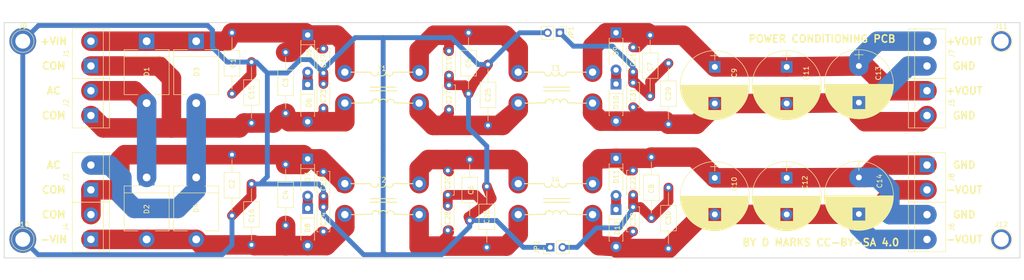
<source format=kicad_pcb>
(kicad_pcb (version 4) (host pcbnew 4.0.7)
  (layers (0 F.Cu signal) (31 B.Cu signal) (34 B.Paste user) (35 F.Paste user) (36 B.SilkS user) (37 F.SilkS user) (38 B.Mask user) (39 F.Mask user) (44 Edge.Cuts user))
  (net 0 "")
  (net 1 "Net-(C1-Pad1)")
  (net 2 "Net-(C1-Pad2)")
  (net 3 "Net-(C11-Pad2)")
  (net 4 "Net-(C11-Pad1)")
  (net 5 "Net-(C10-Pad2)")
  (net 6 "Net-(C10-Pad1)")
  (net 7 "Net-(D1-Pad2)")
  (net 8 "Net-(D3-Pad2)")
  (net 9 "Net-(D5-Pad2)")
  (net 10 "Net-(D7-Pad2)")
  (net 11 "Net-(D10-Pad1)")
  (net 12 "Net-(D11-Pad2)")
  (net 13 "Net-(C15-Pad2)")
  (net 14 "Net-(C16-Pad2)")
  (net 15 "Net-(C18-Pad1)")
  (net 16 "Net-(C19-Pad1)")
  (net 17 "Net-(C20-Pad1)")
  (net 18 "Net-(C25-Pad2)")
  (net 19 "Net-(C26-Pad2)")
  (net 20 "Net-(C21-Pad2)")
  (net 21 "Net-(C22-Pad2)")
  (module Pin_Headers:Pin_Header_Straight_1x02_Pitch2.54mm (layer F.Cu) (at 149.52 47.8 270)
    (fp_text reference JP1 (at 0 -2.33 270) (layer F.SilkS))
    (fp_text value Jumper_NC_Small)
    (pad 1 thru_hole rect (at 0 0 270) (size 1.7 1.7) (drill 1) (layers *.Cu *.Mask) (net 20 "Net-(C21-Pad2)"))
    (pad 2 thru_hole oval (at 0 2.54 270) (size 1.7 1.7) (drill 1) (layers *.Cu *.Mask) (net 2 "Net-(C1-Pad2)"))
  )
  (module Capacitors_THT:C_Axial_L5.1mm_D3.1mm_P12.50mm_Horizontal (layer F.Cu) (at 82.27 47.8 270)
    (fp_text reference C1 (at 6.25 -0.25 270) (layer F.SilkS))
    (fp_text value "1 uF")
    (pad 1 thru_hole circle (at 0 0 270) (size 1.6 1.6) (drill 0.8) (layers *.Cu *.Mask) (net 1 "Net-(C1-Pad1)"))
    (pad 2 thru_hole oval (at 12.5 0 270) (size 1.6 1.6) (drill 0.8) (layers *.Cu *.Mask) (net 2 "Net-(C1-Pad2)"))
  )
  (module Capacitors_THT:C_Axial_L5.1mm_D3.1mm_P12.50mm_Horizontal (layer F.Cu) (at 82.27 72.8 270)
    (fp_text reference C2 (at 6 0 270) (layer F.SilkS))
    (fp_text value "1 uF")
    (pad 1 thru_hole circle (at 0 0 270) (size 1.6 1.6) (drill 0.8) (layers *.Cu *.Mask) (net 15 "Net-(C18-Pad1)"))
    (pad 2 thru_hole oval (at 12.5 0 270) (size 1.6 1.6) (drill 0.8) (layers *.Cu *.Mask) (net 2 "Net-(C1-Pad2)"))
  )
  (module Capacitors_THT:C_Axial_L5.1mm_D3.1mm_P12.50mm_Horizontal (layer F.Cu) (at 93.27 51.8 270)
    (fp_text reference C3 (at 6.25 0 270) (layer F.SilkS))
    (fp_text value "1 uF")
    (pad 1 thru_hole circle (at 0 0 270) (size 1.6 1.6) (drill 0.8) (layers *.Cu *.Mask) (net 1 "Net-(C1-Pad1)"))
    (pad 2 thru_hole oval (at 12.5 0 270) (size 1.6 1.6) (drill 0.8) (layers *.Cu *.Mask) (net 13 "Net-(C15-Pad2)"))
  )
  (module Capacitors_THT:C_Axial_L5.1mm_D3.1mm_P12.50mm_Horizontal (layer F.Cu) (at 93.27 74.8 270)
    (fp_text reference C4 (at 6.25 0 270) (layer F.SilkS))
    (fp_text value "1 uF")
    (pad 1 thru_hole circle (at 0 0 270) (size 1.6 1.6) (drill 0.8) (layers *.Cu *.Mask) (net 15 "Net-(C18-Pad1)"))
    (pad 2 thru_hole oval (at 12.5 0 270) (size 1.6 1.6) (drill 0.8) (layers *.Cu *.Mask) (net 14 "Net-(C16-Pad2)"))
  )
  (module Capacitors_THT:C_Axial_L5.1mm_D3.1mm_P12.50mm_Horizontal (layer F.Cu) (at 130.77 47.8 270)
    (fp_text reference C5 (at 6.25 0 270) (layer F.SilkS))
    (fp_text value "1 uF")
    (pad 1 thru_hole circle (at 0 0 270) (size 1.6 1.6) (drill 0.8) (layers *.Cu *.Mask) (net 16 "Net-(C19-Pad1)"))
    (pad 2 thru_hole oval (at 12.5 0 270) (size 1.6 1.6) (drill 0.8) (layers *.Cu *.Mask) (net 2 "Net-(C1-Pad2)"))
  )
  (module Capacitors_THT:C_Axial_L5.1mm_D3.1mm_P12.50mm_Horizontal (layer F.Cu) (at 131.02 73.8 270)
    (fp_text reference C6 (at 6.25 -0.25 270) (layer F.SilkS))
    (fp_text value "1 uF")
    (pad 1 thru_hole circle (at 0 0 270) (size 1.6 1.6) (drill 0.8) (layers *.Cu *.Mask) (net 17 "Net-(C20-Pad1)"))
    (pad 2 thru_hole oval (at 12.5 0 270) (size 1.6 1.6) (drill 0.8) (layers *.Cu *.Mask) (net 2 "Net-(C1-Pad2)"))
  )
  (module Capacitors_THT:C_Axial_L5.1mm_D3.1mm_P12.50mm_Horizontal (layer F.Cu) (at 168.02 60.8 90)
    (fp_text reference C7 (at 6 0 90) (layer F.SilkS))
    (fp_text value "1 uF")
    (pad 1 thru_hole circle (at 0 0 90) (size 1.6 1.6) (drill 0.8) (layers *.Cu *.Mask) (net 20 "Net-(C21-Pad2)"))
    (pad 2 thru_hole oval (at 12.5 0 90) (size 1.6 1.6) (drill 0.8) (layers *.Cu *.Mask) (net 4 "Net-(C11-Pad1)"))
  )
  (module Capacitors_THT:C_Axial_L5.1mm_D3.1mm_P12.50mm_Horizontal (layer F.Cu) (at 168.27 85.8 90)
    (fp_text reference C8 (at 6 0 90) (layer F.SilkS))
    (fp_text value "1 uF")
    (pad 1 thru_hole circle (at 0 0 90) (size 1.6 1.6) (drill 0.8) (layers *.Cu *.Mask) (net 21 "Net-(C22-Pad2)"))
    (pad 2 thru_hole oval (at 12.5 0 90) (size 1.6 1.6) (drill 0.8) (layers *.Cu *.Mask) (net 6 "Net-(C10-Pad1)"))
  )
  (module Capacitors_THT:CP_Radial_D14.0mm_P7.50mm (layer F.Cu) (at 181.27 54.8 270)
    (fp_text reference C9 (at 1.25 -4 270) (layer F.SilkS))
    (fp_text value "100 uF")
    (pad 1 thru_hole rect (at 0 0 270) (size 2.4 2.4) (drill 1.2) (layers *.Cu *.Mask) (net 4 "Net-(C11-Pad1)"))
    (pad 2 thru_hole circle (at 7.5 0 270) (size 2.4 2.4) (drill 1.2) (layers *.Cu *.Mask) (net 3 "Net-(C11-Pad2)"))
  )
  (module Capacitors_THT:CP_Radial_D14.0mm_P7.50mm (layer F.Cu) (at 181.27 77.55 270)
    (fp_text reference C10 (at 1.25 -4 270) (layer F.SilkS))
    (fp_text value "100 uF")
    (pad 1 thru_hole rect (at 0 0 270) (size 2.4 2.4) (drill 1.2) (layers *.Cu *.Mask) (net 6 "Net-(C10-Pad1)"))
    (pad 2 thru_hole circle (at 7.5 0 270) (size 2.4 2.4) (drill 1.2) (layers *.Cu *.Mask) (net 5 "Net-(C10-Pad2)"))
  )
  (module Capacitors_THT:CP_Radial_D14.0mm_P7.50mm (layer F.Cu) (at 196.02 54.8 270)
    (fp_text reference C11 (at 1.25 -4 270) (layer F.SilkS))
    (fp_text value "100 uF")
    (pad 1 thru_hole rect (at 0 0 270) (size 2.4 2.4) (drill 1.2) (layers *.Cu *.Mask) (net 4 "Net-(C11-Pad1)"))
    (pad 2 thru_hole circle (at 7.5 0 270) (size 2.4 2.4) (drill 1.2) (layers *.Cu *.Mask) (net 3 "Net-(C11-Pad2)"))
  )
  (module Capacitors_THT:CP_Radial_D14.0mm_P7.50mm (layer F.Cu) (at 196.02 77.55 270)
    (fp_text reference C12 (at 1 -3.75 270) (layer F.SilkS))
    (fp_text value "100 uF")
    (pad 1 thru_hole rect (at 0 0 270) (size 2.4 2.4) (drill 1.2) (layers *.Cu *.Mask) (net 6 "Net-(C10-Pad1)"))
    (pad 2 thru_hole circle (at 7.5 0 270) (size 2.4 2.4) (drill 1.2) (layers *.Cu *.Mask) (net 5 "Net-(C10-Pad2)"))
  )
  (module Capacitors_THT:CP_Radial_D14.0mm_P7.50mm (layer F.Cu) (at 210.82 54.61 270)
    (fp_text reference C13 (at 1.5 -4 270) (layer F.SilkS))
    (fp_text value "100 uF")
    (pad 1 thru_hole rect (at 0 0 270) (size 2.4 2.4) (drill 1.2) (layers *.Cu *.Mask) (net 4 "Net-(C11-Pad1)"))
    (pad 2 thru_hole circle (at 7.5 0 270) (size 2.4 2.4) (drill 1.2) (layers *.Cu *.Mask) (net 3 "Net-(C11-Pad2)"))
  )
  (module Capacitors_THT:CP_Radial_D14.0mm_P7.50mm (layer F.Cu) (at 210.82 77.47 270)
    (fp_text reference C14 (at 0.75 -4.25 270) (layer F.SilkS))
    (fp_text value "100 uF")
    (pad 1 thru_hole rect (at 0 0 270) (size 2.4 2.4) (drill 1.2) (layers *.Cu *.Mask) (net 6 "Net-(C10-Pad1)"))
    (pad 2 thru_hole circle (at 7.5 0 270) (size 2.4 2.4) (drill 1.2) (layers *.Cu *.Mask) (net 5 "Net-(C10-Pad2)"))
  )
  (module Diodes_THT:D_P600_R-6_P12.70mm_Horizontal (layer F.Cu) (at 64.77 49.53 270)
    (fp_text reference D1 (at 6.25 0 270) (layer F.SilkS))
    (fp_text value 10A10)
    (pad 1 thru_hole rect (at 0 0 270) (size 3.2 3.2) (drill 1.6) (layers *.Cu *.Mask) (net 1 "Net-(C1-Pad1)"))
    (pad 2 thru_hole oval (at 12.7 0 270) (size 3.2 3.2) (drill 1.6) (layers *.Cu *.Mask) (net 7 "Net-(D1-Pad2)"))
  )
  (module Diodes_THT:D_P600_R-6_P12.70mm_Horizontal (layer F.Cu) (at 64.77 77.47 270)
    (fp_text reference D2 (at 6.5 0 270) (layer F.SilkS))
    (fp_text value 10A10)
    (pad 1 thru_hole rect (at 0 0 270) (size 3.2 3.2) (drill 1.6) (layers *.Cu *.Mask) (net 7 "Net-(D1-Pad2)"))
    (pad 2 thru_hole oval (at 12.7 0 270) (size 3.2 3.2) (drill 1.6) (layers *.Cu *.Mask) (net 14 "Net-(C16-Pad2)"))
  )
  (module Diodes_THT:D_P600_R-6_P12.70mm_Horizontal (layer F.Cu) (at 74.93 49.53 270)
    (fp_text reference D3 (at 6.27 -0.09 270) (layer F.SilkS))
    (fp_text value 10A10)
    (pad 1 thru_hole rect (at 0 0 270) (size 3.2 3.2) (drill 1.6) (layers *.Cu *.Mask) (net 1 "Net-(C1-Pad1)"))
    (pad 2 thru_hole oval (at 12.7 0 270) (size 3.2 3.2) (drill 1.6) (layers *.Cu *.Mask) (net 8 "Net-(D3-Pad2)"))
  )
  (module Diodes_THT:D_P600_R-6_P12.70mm_Horizontal (layer F.Cu) (at 74.93 77.47 270)
    (fp_text reference D4 (at 6.25 0 270) (layer F.SilkS))
    (fp_text value 10A10)
    (pad 1 thru_hole rect (at 0 0 270) (size 3.2 3.2) (drill 1.6) (layers *.Cu *.Mask) (net 8 "Net-(D3-Pad2)"))
    (pad 2 thru_hole oval (at 12.7 0 270) (size 3.2 3.2) (drill 1.6) (layers *.Cu *.Mask) (net 14 "Net-(C16-Pad2)"))
  )
  (module Diodes_THT:D_DO-41_SOD81_P7.62mm_Horizontal (layer F.Cu) (at 97.79 48.26 270)
    (fp_text reference D5 (at 3.75 -0.25 270) (layer F.SilkS))
    (fp_text value 1N4477)
    (pad 1 thru_hole rect (at 0 0 270) (size 2.2 2.2) (drill 1.1) (layers *.Cu *.Mask) (net 1 "Net-(C1-Pad1)"))
    (pad 2 thru_hole oval (at 7.62 0 270) (size 2.2 2.2) (drill 1.1) (layers *.Cu *.Mask) (net 9 "Net-(D5-Pad2)"))
  )
  (module Diodes_THT:D_DO-41_SOD81_P7.62mm_Horizontal (layer F.Cu) (at 97.79 58.42 270)
    (fp_text reference D6 (at 3.75 -0.25 270) (layer F.SilkS))
    (fp_text value 1N4477)
    (pad 1 thru_hole rect (at 0 0 270) (size 2.2 2.2) (drill 1.1) (layers *.Cu *.Mask) (net 9 "Net-(D5-Pad2)"))
    (pad 2 thru_hole oval (at 7.62 0 270) (size 2.2 2.2) (drill 1.1) (layers *.Cu *.Mask) (net 13 "Net-(C15-Pad2)"))
  )
  (module Diodes_THT:D_DO-41_SOD81_P7.62mm_Horizontal (layer F.Cu) (at 97.79 73.66 270)
    (fp_text reference D7 (at 3.75 0 270) (layer F.SilkS))
    (fp_text value 1N4477)
    (pad 1 thru_hole rect (at 0 0 270) (size 2.2 2.2) (drill 1.1) (layers *.Cu *.Mask) (net 15 "Net-(C18-Pad1)"))
    (pad 2 thru_hole oval (at 7.62 0 270) (size 2.2 2.2) (drill 1.1) (layers *.Cu *.Mask) (net 10 "Net-(D7-Pad2)"))
  )
  (module Diodes_THT:D_DO-41_SOD81_P7.62mm_Horizontal (layer F.Cu) (at 97.79 83.82 270)
    (fp_text reference D8 (at 4 0 270) (layer F.SilkS))
    (fp_text value 1N4477)
    (pad 1 thru_hole rect (at 0 0 270) (size 2.2 2.2) (drill 1.1) (layers *.Cu *.Mask) (net 10 "Net-(D7-Pad2)"))
    (pad 2 thru_hole oval (at 7.62 0 270) (size 2.2 2.2) (drill 1.1) (layers *.Cu *.Mask) (net 14 "Net-(C16-Pad2)"))
  )
  (module Diodes_THT:D_DO-41_SOD81_P7.62mm_Horizontal (layer F.Cu) (at 161.02 47.8 270)
    (fp_text reference D9 (at 3.75 0 270) (layer F.SilkS))
    (fp_text value 1N4477)
    (pad 1 thru_hole rect (at 0 0 270) (size 2.2 2.2) (drill 1.1) (layers *.Cu *.Mask) (net 4 "Net-(C11-Pad1)"))
    (pad 2 thru_hole oval (at 7.62 0 270) (size 2.2 2.2) (drill 1.1) (layers *.Cu *.Mask) (net 11 "Net-(D10-Pad1)"))
  )
  (module Diodes_THT:D_DO-41_SOD81_P7.62mm_Horizontal (layer F.Cu) (at 161.02 58.3 270)
    (fp_text reference D10 (at 3.75 0 270) (layer F.SilkS))
    (fp_text value 1N4477)
    (pad 1 thru_hole rect (at 0 0 270) (size 2.2 2.2) (drill 1.1) (layers *.Cu *.Mask) (net 11 "Net-(D10-Pad1)"))
    (pad 2 thru_hole oval (at 7.62 0 270) (size 2.2 2.2) (drill 1.1) (layers *.Cu *.Mask) (net 3 "Net-(C11-Pad2)"))
  )
  (module Diodes_THT:D_DO-41_SOD81_P7.62mm_Horizontal (layer F.Cu) (at 161.02 73.55 270)
    (fp_text reference D11 (at 3.75 0 270) (layer F.SilkS))
    (fp_text value 1N4477)
    (pad 1 thru_hole rect (at 0 0 270) (size 2.2 2.2) (drill 1.1) (layers *.Cu *.Mask) (net 6 "Net-(C10-Pad1)"))
    (pad 2 thru_hole oval (at 7.62 0 270) (size 2.2 2.2) (drill 1.1) (layers *.Cu *.Mask) (net 12 "Net-(D11-Pad2)"))
  )
  (module Diodes_THT:D_DO-41_SOD81_P7.62mm_Horizontal (layer F.Cu) (at 161.02 84.05 270)
    (fp_text reference D12 (at 3.75 -0.25 270) (layer F.SilkS))
    (fp_text value 1N4477)
    (pad 1 thru_hole rect (at 0 0 270) (size 2.2 2.2) (drill 1.1) (layers *.Cu *.Mask) (net 12 "Net-(D11-Pad2)"))
    (pad 2 thru_hole oval (at 7.62 0 270) (size 2.2 2.2) (drill 1.1) (layers *.Cu *.Mask) (net 5 "Net-(C10-Pad2)"))
  )
  (module Connectors_Terminal_Blocks:TerminalBlock_bornier-2_P5.08mm (layer F.Cu) (at 53.34 54.61 90)
    (fp_text reference J1 (at 2.54 -5.08 90) (layer F.SilkS))
    (fp_text value Conn_01x02)
    (pad 1 thru_hole rect (at 0 0 90) (size 3 3) (drill 1.52) (layers *.Cu *.Mask) (net 13 "Net-(C15-Pad2)"))
    (pad 2 thru_hole circle (at 5.08 0 90) (size 3 3) (drill 1.52) (layers *.Cu *.Mask) (net 1 "Net-(C1-Pad1)"))
  )
  (module Connectors_Terminal_Blocks:TerminalBlock_bornier-2_P5.08mm (layer F.Cu) (at 53.34 64.77 90)
    (fp_text reference J2 (at 2.54 -5.08 90) (layer F.SilkS))
    (fp_text value Conn_01x02)
    (pad 1 thru_hole rect (at 0 0 90) (size 3 3) (drill 1.52) (layers *.Cu *.Mask) (net 13 "Net-(C15-Pad2)"))
    (pad 2 thru_hole circle (at 5.08 0 90) (size 3 3) (drill 1.52) (layers *.Cu *.Mask) (net 7 "Net-(D1-Pad2)"))
  )
  (module Connectors_Terminal_Blocks:TerminalBlock_bornier-2_P5.08mm (layer F.Cu) (at 53.34 80.01 90)
    (fp_text reference J3 (at 2.54 -5.08 90) (layer F.SilkS))
    (fp_text value Conn_01x02)
    (pad 1 thru_hole rect (at 0 0 90) (size 3 3) (drill 1.52) (layers *.Cu *.Mask) (net 15 "Net-(C18-Pad1)"))
    (pad 2 thru_hole circle (at 5.08 0 90) (size 3 3) (drill 1.52) (layers *.Cu *.Mask) (net 8 "Net-(D3-Pad2)"))
  )
  (module Connectors_Terminal_Blocks:TerminalBlock_bornier-2_P5.08mm (layer F.Cu) (at 53.34 90.17 90)
    (fp_text reference J4 (at 2.54 -5.08 90) (layer F.SilkS))
    (fp_text value Conn_01x02)
    (pad 1 thru_hole rect (at 0 0 90) (size 3 3) (drill 1.52) (layers *.Cu *.Mask) (net 14 "Net-(C16-Pad2)"))
    (pad 2 thru_hole circle (at 5.08 0 90) (size 3 3) (drill 1.52) (layers *.Cu *.Mask) (net 15 "Net-(C18-Pad1)"))
  )
  (module Connectors_Terminal_Blocks:TerminalBlock_bornier-2_P5.08mm (layer F.Cu) (at 224.79 59.69 270)
    (fp_text reference J5 (at 2.54 -5.08 270) (layer F.SilkS))
    (fp_text value Conn_01x02)
    (pad 1 thru_hole rect (at 0 0 270) (size 3 3) (drill 1.52) (layers *.Cu *.Mask) (net 4 "Net-(C11-Pad1)"))
    (pad 2 thru_hole circle (at 5.08 0 270) (size 3 3) (drill 1.52) (layers *.Cu *.Mask) (net 3 "Net-(C11-Pad2)"))
  )
  (module Connectors_Terminal_Blocks:TerminalBlock_bornier-2_P5.08mm (layer F.Cu) (at 224.79 85.09 270)
    (fp_text reference J6 (at 2.54 -5.08 270) (layer F.SilkS))
    (fp_text value Conn_01x02)
    (pad 1 thru_hole rect (at 0 0 270) (size 3 3) (drill 1.52) (layers *.Cu *.Mask) (net 6 "Net-(C10-Pad1)"))
    (pad 2 thru_hole circle (at 5.08 0 270) (size 3 3) (drill 1.52) (layers *.Cu *.Mask) (net 5 "Net-(C10-Pad2)"))
  )
  (module Connectors_Terminal_Blocks:TerminalBlock_bornier-2_P5.08mm (layer F.Cu) (at 224.79 49.53 270)
    (fp_text reference J7 (at 2.54 -5.08 270) (layer F.SilkS))
    (fp_text value Conn_01x02)
    (pad 1 thru_hole rect (at 0 0 270) (size 3 3) (drill 1.52) (layers *.Cu *.Mask) (net 4 "Net-(C11-Pad1)"))
    (pad 2 thru_hole circle (at 5.08 0 270) (size 3 3) (drill 1.52) (layers *.Cu *.Mask) (net 3 "Net-(C11-Pad2)"))
  )
  (module Connectors_Terminal_Blocks:TerminalBlock_bornier-2_P5.08mm (layer F.Cu) (at 224.79 74.93 270)
    (fp_text reference J8 (at 2.54 -5.08 270) (layer F.SilkS))
    (fp_text value Conn_01x02)
    (pad 1 thru_hole rect (at 0 0 270) (size 3 3) (drill 1.52) (layers *.Cu *.Mask) (net 6 "Net-(C10-Pad1)"))
    (pad 2 thru_hole circle (at 5.08 0 270) (size 3 3) (drill 1.52) (layers *.Cu *.Mask) (net 5 "Net-(C10-Pad2)"))
  )
  (module PowerCond:GenericCMCL3 (layer F.Cu) (at 113.03 59.69)
    (fp_text reference T1 (at 0 -4.572) (layer F.SilkS))
    (fp_text value Transformer_1P1Sdotted)
    (pad 1 thru_hole circle (at 7.62 -3.81) (size 3 3) (drill 1.5) (layers *.Cu *.Mask) (net 16 "Net-(C19-Pad1)"))
    (pad 2 thru_hole circle (at -7.62 -3.81) (size 3 3) (drill 1.5) (layers *.Cu *.Mask) (net 1 "Net-(C1-Pad1)"))
    (pad 3 thru_hole circle (at 7.62 2.54) (size 3 3) (drill 1.5) (layers *.Cu *.Mask) (net 18 "Net-(C25-Pad2)"))
    (pad 4 thru_hole circle (at -7.62 2.54) (size 3 3) (drill 1.5) (layers *.Cu *.Mask) (net 13 "Net-(C15-Pad2)"))
  )
  (module PowerCond:GenericCMCL3 (layer F.Cu) (at 113.03 82.55)
    (fp_text reference T2 (at 0 -4.572) (layer F.SilkS))
    (fp_text value Transformer_1P1Sdotted)
    (pad 1 thru_hole circle (at 7.62 -3.81) (size 3 3) (drill 1.5) (layers *.Cu *.Mask) (net 17 "Net-(C20-Pad1)"))
    (pad 2 thru_hole circle (at -7.62 -3.81) (size 3 3) (drill 1.5) (layers *.Cu *.Mask) (net 15 "Net-(C18-Pad1)"))
    (pad 3 thru_hole circle (at 7.62 2.54) (size 3 3) (drill 1.5) (layers *.Cu *.Mask) (net 19 "Net-(C26-Pad2)"))
    (pad 4 thru_hole circle (at -7.62 2.54) (size 3 3) (drill 1.5) (layers *.Cu *.Mask) (net 14 "Net-(C16-Pad2)"))
  )
  (module PowerCond:GenericCMCL3 (layer F.Cu) (at 148.59 59.69)
    (fp_text reference T3 (at 0 -4.572) (layer F.SilkS))
    (fp_text value Transformer_1P1Sdotted)
    (pad 1 thru_hole circle (at 7.62 -3.81) (size 3 3) (drill 1.5) (layers *.Cu *.Mask) (net 4 "Net-(C11-Pad1)"))
    (pad 2 thru_hole circle (at -7.62 -3.81) (size 3 3) (drill 1.5) (layers *.Cu *.Mask) (net 16 "Net-(C19-Pad1)"))
    (pad 3 thru_hole circle (at 7.62 2.54) (size 3 3) (drill 1.5) (layers *.Cu *.Mask) (net 3 "Net-(C11-Pad2)"))
    (pad 4 thru_hole circle (at -7.62 2.54) (size 3 3) (drill 1.5) (layers *.Cu *.Mask) (net 18 "Net-(C25-Pad2)"))
  )
  (module PowerCond:GenericCMCL3 (layer F.Cu) (at 148.59 82.55)
    (fp_text reference T4 (at 0 -4.572) (layer F.SilkS))
    (fp_text value Transformer_1P1Sdotted)
    (pad 1 thru_hole circle (at 7.62 -3.81) (size 3 3) (drill 1.5) (layers *.Cu *.Mask) (net 6 "Net-(C10-Pad1)"))
    (pad 2 thru_hole circle (at -7.62 -3.81) (size 3 3) (drill 1.5) (layers *.Cu *.Mask) (net 17 "Net-(C20-Pad1)"))
    (pad 3 thru_hole circle (at 7.62 2.54) (size 3 3) (drill 1.5) (layers *.Cu *.Mask) (net 5 "Net-(C10-Pad2)"))
    (pad 4 thru_hole circle (at -7.62 2.54) (size 3 3) (drill 1.5) (layers *.Cu *.Mask) (net 19 "Net-(C26-Pad2)"))
  )
  (module Connectors:1pin (layer F.Cu) (at 39.37 49.53)
    (fp_text reference J9 (at 0 -3.048) (layer F.SilkS))
    (fp_text value Conn_01x01)
    (pad 1 thru_hole circle (at 0 0) (size 5.5 5.5) (drill 3.048) (layers *.Cu *.Mask) (net 2 "Net-(C1-Pad2)"))
  )
  (module Connectors:1pin (layer F.Cu) (at 39.37 90.17)
    (fp_text reference J10 (at 0 -3.048) (layer F.SilkS))
    (fp_text value Conn_01x01)
    (pad 1 thru_hole circle (at 0 0) (size 5.5 5.5) (drill 3.048) (layers *.Cu *.Mask) (net 2 "Net-(C1-Pad2)"))
  )
  (module Connectors:1pin (layer F.Cu) (at 240.03 49.53)
    (fp_text reference J11 (at 0 -3.048) (layer F.SilkS))
    (fp_text value Conn_01x01)
    (pad 1 thru_hole circle (at 0 0) (size 4.1 4.1) (drill 3.048) (layers *.Cu *.Mask))
  )
  (module Connectors:1pin (layer F.Cu) (at 240.03 90.17)
    (fp_text reference J12 (at 0 -3.048) (layer F.SilkS))
    (fp_text value Conn_01x01)
    (pad 1 thru_hole circle (at 0 0) (size 4.1 4.1) (drill 3.048) (layers *.Cu *.Mask))
  )
  (module Capacitors_THT:C_Axial_L5.1mm_D3.1mm_P12.50mm_Horizontal (layer F.Cu) (at 86.27 53.8 270)
    (fp_text reference C15 (at 6.25 0 270) (layer F.SilkS))
    (fp_text value "1 uF")
    (pad 1 thru_hole circle (at 0 0 270) (size 1.6 1.6) (drill 0.8) (layers *.Cu *.Mask) (net 2 "Net-(C1-Pad2)"))
    (pad 2 thru_hole oval (at 12.5 0 270) (size 1.6 1.6) (drill 0.8) (layers *.Cu *.Mask) (net 13 "Net-(C15-Pad2)"))
  )
  (module Capacitors_THT:C_Axial_L5.1mm_D3.1mm_P12.50mm_Horizontal (layer F.Cu) (at 86.27 78.8 270)
    (fp_text reference C16 (at 6.5 0 270) (layer F.SilkS))
    (fp_text value "1 uF")
    (pad 1 thru_hole circle (at 0 0 270) (size 1.6 1.6) (drill 0.8) (layers *.Cu *.Mask) (net 2 "Net-(C1-Pad2)"))
    (pad 2 thru_hole oval (at 12.5 0 270) (size 1.6 1.6) (drill 0.8) (layers *.Cu *.Mask) (net 14 "Net-(C16-Pad2)"))
  )
  (module Capacitors_THT:C_Disc_D5.0mm_W2.5mm_P5.00mm (layer F.Cu) (at 101.02 51.05 270)
    (fp_text reference C17 (at 2.5 0 270) (layer F.SilkS))
    (fp_text value "1 nF")
    (pad 1 thru_hole circle (at 0 0 270) (size 1.6 1.6) (drill 0.8) (layers *.Cu *.Mask) (net 1 "Net-(C1-Pad1)"))
    (pad 2 thru_hole circle (at 5 0 270) (size 1.6 1.6) (drill 0.8) (layers *.Cu *.Mask) (net 2 "Net-(C1-Pad2)"))
  )
  (module Capacitors_THT:C_Disc_D5.0mm_W2.5mm_P5.00mm (layer F.Cu) (at 101.02 76.3 270)
    (fp_text reference C18 (at 2.5 0 270) (layer F.SilkS))
    (fp_text value "1 nF")
    (pad 1 thru_hole circle (at 0 0 270) (size 1.6 1.6) (drill 0.8) (layers *.Cu *.Mask) (net 15 "Net-(C18-Pad1)"))
    (pad 2 thru_hole circle (at 5 0 270) (size 1.6 1.6) (drill 0.8) (layers *.Cu *.Mask) (net 2 "Net-(C1-Pad2)"))
  )
  (module Capacitors_THT:C_Disc_D5.0mm_W2.5mm_P5.00mm (layer F.Cu) (at 126.77 51.55 270)
    (fp_text reference C19 (at 2.5 0 270) (layer F.SilkS))
    (fp_text value "1 nF")
    (pad 1 thru_hole circle (at 0 0 270) (size 1.6 1.6) (drill 0.8) (layers *.Cu *.Mask) (net 16 "Net-(C19-Pad1)"))
    (pad 2 thru_hole circle (at 5 0 270) (size 1.6 1.6) (drill 0.8) (layers *.Cu *.Mask) (net 2 "Net-(C1-Pad2)"))
  )
  (module Capacitors_THT:C_Disc_D5.0mm_W2.5mm_P5.00mm (layer F.Cu) (at 126.52 76.05 270)
    (fp_text reference C20 (at 2.5 0 270) (layer F.SilkS))
    (fp_text value "1 nF")
    (pad 1 thru_hole circle (at 0 0 270) (size 1.6 1.6) (drill 0.8) (layers *.Cu *.Mask) (net 17 "Net-(C20-Pad1)"))
    (pad 2 thru_hole circle (at 5 0 270) (size 1.6 1.6) (drill 0.8) (layers *.Cu *.Mask) (net 2 "Net-(C1-Pad2)"))
  )
  (module Capacitors_THT:C_Disc_D5.0mm_W2.5mm_P5.00mm (layer F.Cu) (at 164.52 50.8 270)
    (fp_text reference C21 (at 2.5 0 270) (layer F.SilkS))
    (fp_text value "1 nF")
    (pad 1 thru_hole circle (at 0 0 270) (size 1.6 1.6) (drill 0.8) (layers *.Cu *.Mask) (net 4 "Net-(C11-Pad1)"))
    (pad 2 thru_hole circle (at 5 0 270) (size 1.6 1.6) (drill 0.8) (layers *.Cu *.Mask) (net 20 "Net-(C21-Pad2)"))
  )
  (module Capacitors_THT:C_Disc_D5.0mm_W2.5mm_P5.00mm (layer F.Cu) (at 164.52 76.05 270)
    (fp_text reference C22 (at 2.57 -0.005001 270) (layer F.SilkS))
    (fp_text value "1 nF")
    (pad 1 thru_hole circle (at 0 0 270) (size 1.6 1.6) (drill 0.8) (layers *.Cu *.Mask) (net 6 "Net-(C10-Pad1)"))
    (pad 2 thru_hole circle (at 5 0 270) (size 1.6 1.6) (drill 0.8) (layers *.Cu *.Mask) (net 21 "Net-(C22-Pad2)"))
  )
  (module Capacitors_THT:C_Disc_D5.0mm_W2.5mm_P5.00mm (layer F.Cu) (at 101.02 58.3 270)
    (fp_text reference C23 (at 2.5 0 270) (layer F.SilkS))
    (fp_text value "1 nF")
    (pad 1 thru_hole circle (at 0 0 270) (size 1.6 1.6) (drill 0.8) (layers *.Cu *.Mask) (net 2 "Net-(C1-Pad2)"))
    (pad 2 thru_hole circle (at 5 0 270) (size 1.6 1.6) (drill 0.8) (layers *.Cu *.Mask) (net 13 "Net-(C15-Pad2)"))
  )
  (module Capacitors_THT:C_Disc_D5.0mm_W2.5mm_P5.00mm (layer F.Cu) (at 101.02 83.55 270)
    (fp_text reference C24 (at 2.5 0 270) (layer F.SilkS))
    (fp_text value "1 nF")
    (pad 1 thru_hole circle (at 0 0 270) (size 1.6 1.6) (drill 0.8) (layers *.Cu *.Mask) (net 2 "Net-(C1-Pad2)"))
    (pad 2 thru_hole circle (at 5 0 270) (size 1.6 1.6) (drill 0.8) (layers *.Cu *.Mask) (net 14 "Net-(C16-Pad2)"))
  )
  (module Capacitors_THT:C_Axial_L5.1mm_D3.1mm_P12.50mm_Horizontal (layer F.Cu) (at 134.77 54.3 270)
    (fp_text reference C25 (at 6.25 0 270) (layer F.SilkS))
    (fp_text value "1 uF")
    (pad 1 thru_hole circle (at 0 0 270) (size 1.6 1.6) (drill 0.8) (layers *.Cu *.Mask) (net 2 "Net-(C1-Pad2)"))
    (pad 2 thru_hole oval (at 12.5 0 270) (size 1.6 1.6) (drill 0.8) (layers *.Cu *.Mask) (net 18 "Net-(C25-Pad2)"))
  )
  (module Capacitors_THT:C_Axial_L5.1mm_D3.1mm_P12.50mm_Horizontal (layer F.Cu) (at 134.52 79.3 270)
    (fp_text reference C26 (at 6.25 0 270) (layer F.SilkS))
    (fp_text value "1 uF")
    (pad 1 thru_hole circle (at 0 0 270) (size 1.6 1.6) (drill 0.8) (layers *.Cu *.Mask) (net 2 "Net-(C1-Pad2)"))
    (pad 2 thru_hole oval (at 12.5 0 270) (size 1.6 1.6) (drill 0.8) (layers *.Cu *.Mask) (net 19 "Net-(C26-Pad2)"))
  )
  (module Capacitors_THT:C_Disc_D5.0mm_W2.5mm_P5.00mm (layer F.Cu) (at 126.77 58.55 270)
    (fp_text reference C27 (at 2.5 0 270) (layer F.SilkS))
    (fp_text value "1 nF")
    (pad 1 thru_hole circle (at 0 0 270) (size 1.6 1.6) (drill 0.8) (layers *.Cu *.Mask) (net 2 "Net-(C1-Pad2)"))
    (pad 2 thru_hole circle (at 5 0 270) (size 1.6 1.6) (drill 0.8) (layers *.Cu *.Mask) (net 18 "Net-(C25-Pad2)"))
  )
  (module Capacitors_THT:C_Disc_D5.0mm_W2.5mm_P5.00mm (layer F.Cu) (at 126.52 83.3 270)
    (fp_text reference C28 (at 2.5 0 270) (layer F.SilkS))
    (fp_text value "1 nF")
    (pad 1 thru_hole circle (at 0 0 270) (size 1.6 1.6) (drill 0.8) (layers *.Cu *.Mask) (net 2 "Net-(C1-Pad2)"))
    (pad 2 thru_hole circle (at 5 0 270) (size 1.6 1.6) (drill 0.8) (layers *.Cu *.Mask) (net 19 "Net-(C26-Pad2)"))
  )
  (module Capacitors_THT:C_Axial_L5.1mm_D3.1mm_P12.50mm_Horizontal (layer F.Cu) (at 171.77 66.55 90)
    (fp_text reference C29 (at 6.25 0 90) (layer F.SilkS))
    (fp_text value "1 uF")
    (pad 1 thru_hole circle (at 0 0 90) (size 1.6 1.6) (drill 0.8) (layers *.Cu *.Mask) (net 3 "Net-(C11-Pad2)"))
    (pad 2 thru_hole oval (at 12.5 0 90) (size 1.6 1.6) (drill 0.8) (layers *.Cu *.Mask) (net 20 "Net-(C21-Pad2)"))
  )
  (module Capacitors_THT:C_Axial_L5.1mm_D3.1mm_P12.50mm_Horizontal (layer F.Cu) (at 171.77 92.05 90)
    (fp_text reference C30 (at 6.25 0 90) (layer F.SilkS))
    (fp_text value "1 uF")
    (pad 1 thru_hole circle (at 0 0 90) (size 1.6 1.6) (drill 0.8) (layers *.Cu *.Mask) (net 5 "Net-(C10-Pad2)"))
    (pad 2 thru_hole oval (at 12.5 0 90) (size 1.6 1.6) (drill 0.8) (layers *.Cu *.Mask) (net 21 "Net-(C22-Pad2)"))
  )
  (module Capacitors_THT:C_Disc_D5.0mm_W2.5mm_P5.00mm (layer F.Cu) (at 164.52 58.05 270)
    (fp_text reference C31 (at 2.5 0 270) (layer F.SilkS))
    (fp_text value "1 nF")
    (pad 1 thru_hole circle (at 0 0 270) (size 1.6 1.6) (drill 0.8) (layers *.Cu *.Mask) (net 20 "Net-(C21-Pad2)"))
    (pad 2 thru_hole circle (at 5 0 270) (size 1.6 1.6) (drill 0.8) (layers *.Cu *.Mask) (net 3 "Net-(C11-Pad2)"))
  )
  (module Capacitors_THT:C_Disc_D5.0mm_W2.5mm_P5.00mm (layer F.Cu) (at 164.52 83.55 270)
    (fp_text reference C32 (at 2.57 -0.005001 270) (layer F.SilkS))
    (fp_text value "1 nF")
    (pad 1 thru_hole circle (at 0 0 270) (size 1.6 1.6) (drill 0.8) (layers *.Cu *.Mask) (net 21 "Net-(C22-Pad2)"))
    (pad 2 thru_hole circle (at 5 0 270) (size 1.6 1.6) (drill 0.8) (layers *.Cu *.Mask) (net 5 "Net-(C10-Pad2)"))
  )
  (module Pin_Headers:Pin_Header_Straight_1x02_Pitch2.54mm (layer F.Cu) (at 147.52 91.8 90)
    (fp_text reference JP2 (at 0 -2.75 90) (layer F.SilkS))
    (fp_text value Jumper_NC_Small)
    (pad 1 thru_hole rect (at 0 0 90) (size 1.7 1.7) (drill 1) (layers *.Cu *.Mask) (net 2 "Net-(C1-Pad2)"))
    (pad 2 thru_hole oval (at 0 2.54 90) (size 1.7 1.7) (drill 1) (layers *.Cu *.Mask) (net 21 "Net-(C22-Pad2)"))
  )
  (gr_line (start 35.56 45.72) (end 243.84 45.72) (angle 90) (layer Edge.Cuts) (width 0.15))
  (gr_text "POWER CONDITIONING PCB" (at 203.27 49.05) (layer F.SilkS) (effects (font (size 1.5 1.5) (thickness 0.3))))
  (gr_text "BY D MARKS CC-BY-SA 4.0" (at 203.02 90.8) (layer F.SilkS) (effects (font (size 1.5 1.5) (thickness 0.3))))
  (gr_line (start 35.56 93.98) (end 35.56 45.72) (angle 90) (layer Edge.Cuts) (width 0.15))
  (gr_line (start 243.84 93.98) (end 35.56 93.98) (angle 90) (layer Edge.Cuts) (width 0.15))
  (gr_line (start 243.84 45.72) (end 243.84 93.98) (angle 90) (layer Edge.Cuts) (width 0.15))
  (gr_text AC (at 45.72 59.69) (layer F.SilkS) (effects (font (size 1.5 1.5) (thickness 0.3))))
  (gr_text AC (at 45.72 74.93) (layer F.SilkS) (effects (font (size 1.5 1.5) (thickness 0.3))))
  (gr_text COM (at 45.72 80.01) (layer F.SilkS) (effects (font (size 1.5 1.5) (thickness 0.3))))
  (gr_text COM (at 45.72 64.77) (layer F.SilkS) (effects (font (size 1.5 1.5) (thickness 0.3))))
  (gr_text -VIN (at 45.72 90.17) (layer F.SilkS) (effects (font (size 1.5 1.5) (thickness 0.3))))
  (gr_text COM (at 45.72 85.09) (layer F.SilkS) (effects (font (size 1.5 1.5) (thickness 0.3))))
  (gr_text +VIN (at 45.72 49.53) (layer F.SilkS) (effects (font (size 1.5 1.5) (thickness 0.3))))
  (gr_text COM (at 45.72 54.61) (layer F.SilkS) (effects (font (size 1.5 1.5) (thickness 0.3))))
  (gr_text GND (at 232.41 64.77) (layer F.SilkS) (effects (font (size 1.5 1.5) (thickness 0.3))))
  (gr_text GND (at 232.41 54.61) (layer F.SilkS) (effects (font (size 1.5 1.5) (thickness 0.3))))
  (gr_text GND (at 232.41 74.93) (layer F.SilkS) (effects (font (size 1.5 1.5) (thickness 0.3))))
  (gr_text GND (at 232.41 85.09) (layer F.SilkS) (effects (font (size 1.5 1.5) (thickness 0.3))))
  (gr_text -VOUT (at 232.41 90.17) (layer F.SilkS) (effects (font (size 1.5 1.5) (thickness 0.3))))
  (gr_text -VOUT (at 232.41 80.01) (layer F.SilkS) (effects (font (size 1.5 1.5) (thickness 0.3))))
  (gr_text +VOUT (at 232.41 59.69) (layer F.SilkS) (effects (font (size 1.5 1.5) (thickness 0.3))))
  (gr_text +VOUT (at 232.41 49.53) (layer F.SilkS) (effects (font (size 1.5 1.5) (thickness 0.3))))
  (segment (start 97.79 48.26) (end 103.73 48.26) (width 4) (layer F.Cu) (net 1))
  (segment (start 105.41 49.94) (end 105.41 55.88) (width 4) (layer F.Cu) (net 1))
  (segment (start 103.73 48.26) (end 105.41 49.94) (width 4) (layer F.Cu) (net 1))
  (segment (start 101.02 51.05) (end 100.58 51.05) (width 2) (layer F.Cu) (net 1))
  (segment (start 100.58 51.05) (end 97.79 48.26) (width 2) (layer F.Cu) (net 1))
  (segment (start 105.24 56.05) (end 105.41 55.88) (width 2) (layer F.Cu) (net 1))
  (segment (start 93.27 51.8) (end 94.25 51.8) (width 4) (layer F.Cu) (net 1))
  (segment (start 94.25 51.8) (end 97.79 48.26) (width 4) (layer F.Cu) (net 1))
  (segment (start 82.27 47.8) (end 97.33 47.8) (width 4) (layer F.Cu) (net 1))
  (segment (start 97.33 47.8) (end 97.79 48.26) (width 4) (layer F.Cu) (net 1))
  (segment (start 74.93 49.53) (end 81.28 49.53) (width 4) (layer F.Cu) (net 1))
  (segment (start 81.28 49.53) (end 82.27 47.8) (width 4) (layer F.Cu) (net 1))
  (segment (start 64.77 49.53) (end 74.93 49.53) (width 4) (layer F.Cu) (net 1))
  (segment (start 53.34 49.53) (end 64.77 49.53) (width 4) (layer F.Cu) (net 1))
  (segment (start 131.02 86.3) (end 136.52 86.3) (width 1) (layer B.Cu) (net 2))
  (segment (start 142.02 91.8) (end 147.52 91.8) (width 1) (layer B.Cu) (net 2))
  (segment (start 136.52 86.3) (end 142.02 91.8) (width 1) (layer B.Cu) (net 2))
  (segment (start 146.98 47.8) (end 141.27 47.8) (width 1) (layer B.Cu) (net 2))
  (segment (start 141.27 47.8) (end 134.77 54.3) (width 1) (layer B.Cu) (net 2))
  (segment (start 130.77 60.3) (end 130.77 67.3) (width 1) (layer B.Cu) (net 2))
  (segment (start 134.52 71.05) (end 134.52 79.3) (width 1) (layer B.Cu) (net 2))
  (segment (start 130.77 67.3) (end 134.52 71.05) (width 1) (layer B.Cu) (net 2))
  (segment (start 89.52 56.05) (end 89.52 77.3) (width 1) (layer B.Cu) (net 2))
  (segment (start 89.52 77.3) (end 88.02 78.8) (width 1) (layer B.Cu) (net 2))
  (segment (start 39.37 90.17) (end 39.37 49.53) (width 1) (layer B.Cu) (net 2))
  (segment (start 113.27 48.8) (end 113.27 71.3) (width 1) (layer B.Cu) (net 2))
  (segment (start 113.27 92.8) (end 113.77 93.3) (width 1) (layer B.Cu) (net 2))
  (segment (start 101.02 56.05) (end 101.02 55.3) (width 1) (layer B.Cu) (net 2))
  (segment (start 101.02 55.3) (end 107.52 48.8) (width 1) (layer B.Cu) (net 2))
  (segment (start 132.77 54.3) (end 134.77 54.3) (width 1) (layer B.Cu) (net 2))
  (segment (start 127.27 48.8) (end 132.77 54.3) (width 1) (layer B.Cu) (net 2))
  (segment (start 107.52 48.8) (end 113.27 48.8) (width 1) (layer B.Cu) (net 2))
  (segment (start 113.27 48.8) (end 127.27 48.8) (width 1) (layer B.Cu) (net 2))
  (segment (start 86.27 53.8) (end 87.27 53.8) (width 1) (layer B.Cu) (net 2))
  (segment (start 87.27 53.8) (end 89.52 56.05) (width 1) (layer B.Cu) (net 2))
  (segment (start 89.52 56.05) (end 93.52 56.05) (width 1) (layer B.Cu) (net 2))
  (segment (start 98.27 53.3) (end 101.02 56.05) (width 1) (layer B.Cu) (net 2))
  (segment (start 93.52 56.05) (end 96.27 53.3) (width 1) (layer B.Cu) (net 2))
  (segment (start 96.27 53.3) (end 98.27 53.3) (width 1) (layer B.Cu) (net 2))
  (segment (start 86.27 78.8) (end 88.02 78.8) (width 1) (layer B.Cu) (net 2))
  (segment (start 88.02 78.8) (end 100.02 78.8) (width 1) (layer B.Cu) (net 2))
  (segment (start 100.02 78.8) (end 101.02 79.8) (width 1) (layer B.Cu) (net 2))
  (segment (start 101.02 79.8) (end 101.02 81.3) (width 1) (layer B.Cu) (net 2))
  (segment (start 131.02 86.3) (end 131.02 87.55) (width 1) (layer B.Cu) (net 2))
  (segment (start 125.27 93.3) (end 113.77 93.3) (width 1) (layer B.Cu) (net 2))
  (segment (start 131.02 87.55) (end 125.27 93.3) (width 1) (layer B.Cu) (net 2))
  (segment (start 113.77 93.3) (end 109.27 93.3) (width 1) (layer B.Cu) (net 2))
  (segment (start 109.27 93.3) (end 101.02 85.05) (width 1) (layer B.Cu) (net 2))
  (segment (start 101.02 85.05) (end 101.02 83.55) (width 1) (layer B.Cu) (net 2))
  (segment (start 126.52 81.05) (end 132.27 81.05) (width 2) (layer F.Cu) (net 2))
  (segment (start 132.27 81.05) (end 134.27 83.05) (width 2) (layer F.Cu) (net 2))
  (segment (start 134.52 79.3) (end 135.52 81.8) (width 2) (layer F.Cu) (net 2))
  (segment (start 135.52 81.8) (end 134.27 83.05) (width 2) (layer F.Cu) (net 2))
  (segment (start 134.27 83.05) (end 130.77 85.55) (width 2) (layer F.Cu) (net 2))
  (segment (start 130.77 85.55) (end 131.02 86.3) (width 2) (layer F.Cu) (net 2))
  (segment (start 126.77 58.55) (end 130.02 58.55) (width 2) (layer F.Cu) (net 2))
  (segment (start 130.02 58.55) (end 130.77 60.3) (width 2) (layer F.Cu) (net 2))
  (segment (start 86.27 78.8) (end 86.27 81.3) (width 2) (layer F.Cu) (net 2))
  (segment (start 86.27 81.3) (end 82.27 85.3) (width 2) (layer F.Cu) (net 2))
  (segment (start 86.27 53.8) (end 86.27 56.3) (width 2) (layer F.Cu) (net 2))
  (segment (start 86.27 56.3) (end 82.27 60.3) (width 2) (layer F.Cu) (net 2))
  (segment (start 130.77 60.3) (end 131.77 58.3) (width 2) (layer F.Cu) (net 2))
  (segment (start 131.77 58.3) (end 134.77 54.3) (width 2) (layer F.Cu) (net 2))
  (segment (start 126.77 56.55) (end 126.77 58.55) (width 2) (layer F.Cu) (net 2))
  (segment (start 101.02 56.05) (end 101.02 58.3) (width 2) (layer F.Cu) (net 2))
  (segment (start 101.02 81.3) (end 101.02 83.55) (width 2) (layer F.Cu) (net 2))
  (segment (start 126.52 81.05) (end 126.52 83.3) (width 2) (layer F.Cu) (net 2))
  (segment (start 86.27 53.8) (end 81.27 53.8) (width 1) (layer B.Cu) (net 2))
  (segment (start 81.27 53.8) (end 78.27 50.8) (width 1) (layer B.Cu) (net 2))
  (segment (start 78.27 50.8) (end 78.27 47.3) (width 1) (layer B.Cu) (net 2))
  (segment (start 78.27 47.3) (end 77.27 46.3) (width 1) (layer B.Cu) (net 2))
  (segment (start 77.27 46.3) (end 42.6 46.3) (width 1) (layer B.Cu) (net 2))
  (segment (start 42.6 46.3) (end 39.37 49.53) (width 1) (layer B.Cu) (net 2))
  (segment (start 82.27 85.3) (end 82.27 91.3) (width 1) (layer B.Cu) (net 2))
  (segment (start 42.5 93.3) (end 39.37 90.17) (width 1) (layer B.Cu) (net 2))
  (segment (start 80.27 93.3) (end 42.5 93.3) (width 1) (layer B.Cu) (net 2))
  (segment (start 82.27 91.3) (end 80.27 93.3) (width 1) (layer B.Cu) (net 2))
  (segment (start 113.27 71.3) (end 113.27 92.8) (width 1) (layer B.Cu) (net 2))
  (segment (start 164.52 63.05) (end 167.64 65.92) (width 2) (layer F.Cu) (net 3))
  (segment (start 169.77 66.55) (end 169.77 65.92) (width 2) (layer F.Cu) (net 3))
  (segment (start 169.14 65.92) (end 169.77 66.55) (width 2) (layer F.Cu) (net 3))
  (segment (start 167.64 65.92) (end 169.14 65.92) (width 2) (layer F.Cu) (net 3))
  (segment (start 161.02 65.92) (end 169.77 65.92) (width 4) (layer F.Cu) (net 3))
  (segment (start 169.77 65.92) (end 171.14 65.92) (width 4) (layer F.Cu) (net 3))
  (segment (start 171.14 65.92) (end 171.77 66.55) (width 4) (layer F.Cu) (net 3))
  (segment (start 156.21 62.23) (end 156.21 64.24) (width 4) (layer F.Cu) (net 3))
  (segment (start 157.89 65.92) (end 161.02 65.92) (width 4) (layer F.Cu) (net 3))
  (segment (start 156.21 64.24) (end 157.89 65.92) (width 4) (layer F.Cu) (net 3))
  (segment (start 181.27 62.3) (end 181.27 62.8) (width 4) (layer F.Cu) (net 3))
  (segment (start 181.27 62.8) (end 177.52 66.55) (width 4) (layer F.Cu) (net 3))
  (segment (start 177.52 66.55) (end 171.77 66.55) (width 4) (layer F.Cu) (net 3))
  (segment (start 210.82 62.11) (end 213.48 62.11) (width 4) (layer B.Cu) (net 3))
  (segment (start 220.98 54.61) (end 224.79 54.61) (width 4) (layer B.Cu) (net 3))
  (segment (start 213.48 62.11) (end 220.98 54.61) (width 4) (layer B.Cu) (net 3))
  (segment (start 210.82 62.11) (end 210.82 64.77) (width 4) (layer F.Cu) (net 3))
  (segment (start 223.52 66.04) (end 224.79 64.77) (width 4) (layer F.Cu) (net 3))
  (segment (start 212.09 66.04) (end 223.52 66.04) (width 4) (layer F.Cu) (net 3))
  (segment (start 210.82 64.77) (end 212.09 66.04) (width 4) (layer F.Cu) (net 3))
  (segment (start 196.02 62.3) (end 210.82 62.11) (width 4) (layer F.Cu) (net 3))
  (segment (start 181.27 62.3) (end 196.02 62.3) (width 4) (layer F.Cu) (net 3))
  (segment (start 164.52 50.8) (end 165.52 50.8) (width 2) (layer F.Cu) (net 4))
  (segment (start 165.52 50.8) (end 168.02 48.3) (width 2) (layer F.Cu) (net 4))
  (segment (start 168.02 48.3) (end 174.77 48.3) (width 4) (layer F.Cu) (net 4))
  (segment (start 174.77 48.3) (end 181.27 54.8) (width 4) (layer F.Cu) (net 4))
  (segment (start 161.02 47.8) (end 167.52 47.8) (width 4) (layer F.Cu) (net 4))
  (segment (start 167.52 47.8) (end 168.02 48.3) (width 4) (layer F.Cu) (net 4))
  (segment (start 156.21 55.88) (end 156.21 50.61) (width 4) (layer F.Cu) (net 4))
  (segment (start 159.02 47.8) (end 161.02 47.8) (width 4) (layer F.Cu) (net 4))
  (segment (start 156.21 50.61) (end 159.02 47.8) (width 4) (layer F.Cu) (net 4))
  (segment (start 210.82 54.61) (end 210.82 53.34) (width 4) (layer B.Cu) (net 4))
  (segment (start 214.63 49.53) (end 224.79 49.53) (width 4) (layer B.Cu) (net 4))
  (segment (start 210.82 53.34) (end 214.63 49.53) (width 4) (layer B.Cu) (net 4))
  (segment (start 210.82 54.61) (end 212.09 54.61) (width 4) (layer F.Cu) (net 4))
  (segment (start 217.17 59.69) (end 224.79 59.69) (width 4) (layer F.Cu) (net 4))
  (segment (start 212.09 54.61) (end 217.17 59.69) (width 4) (layer F.Cu) (net 4))
  (segment (start 196.02 54.8) (end 210.82 54.61) (width 4) (layer F.Cu) (net 4))
  (segment (start 181.27 54.8) (end 196.02 54.8) (width 4) (layer F.Cu) (net 4))
  (segment (start 171.77 92.05) (end 161.4 92.05) (width 4) (layer F.Cu) (net 5))
  (segment (start 161.4 92.05) (end 161.02 91.67) (width 4) (layer F.Cu) (net 5))
  (segment (start 181.27 85.05) (end 178.77 85.05) (width 4) (layer F.Cu) (net 5))
  (segment (start 178.77 85.05) (end 171.77 92.05) (width 4) (layer F.Cu) (net 5))
  (segment (start 164.14 88.55) (end 161.02 91.67) (width 2) (layer F.Cu) (net 5))
  (segment (start 210.82 84.97) (end 210.82 87.63) (width 4) (layer B.Cu) (net 5))
  (segment (start 210.82 87.63) (end 213.36 90.17) (width 4) (layer B.Cu) (net 5))
  (segment (start 210.82 84.97) (end 213.48 84.97) (width 4) (layer F.Cu) (net 5))
  (segment (start 213.48 84.97) (end 218.44 80.01) (width 4) (layer F.Cu) (net 5))
  (segment (start 196.02 85.05) (end 210.82 84.97) (width 4) (layer F.Cu) (net 5))
  (segment (start 181.27 85.05) (end 196.02 85.05) (width 4) (layer F.Cu) (net 5))
  (segment (start 156.21 85.09) (end 156.21 90.17) (width 4) (layer F.Cu) (net 5))
  (segment (start 157.48 91.44) (end 161.02 91.67) (width 4) (layer F.Cu) (net 5))
  (segment (start 156.21 90.17) (end 157.48 91.44) (width 4) (layer F.Cu) (net 5))
  (segment (start 164.52 88.55) (end 164.14 88.55) (width 2) (layer F.Cu) (net 5))
  (segment (start 213.36 90.17) (end 224.79 90.17) (width 4) (layer B.Cu) (net 5))
  (segment (start 218.44 80.01) (end 224.79 80.01) (width 4) (layer F.Cu) (net 5))
  (segment (start 168.27 73.3) (end 177.02 73.3) (width 4) (layer F.Cu) (net 6))
  (segment (start 177.02 73.3) (end 181.27 77.55) (width 4) (layer F.Cu) (net 6))
  (segment (start 161.02 73.55) (end 168.02 73.55) (width 4) (layer F.Cu) (net 6))
  (segment (start 168.02 73.55) (end 168.27 73.3) (width 4) (layer F.Cu) (net 6))
  (segment (start 164.52 76.05) (end 163.52 76.05) (width 2) (layer F.Cu) (net 6))
  (segment (start 163.52 76.05) (end 161.02 73.55) (width 2) (layer F.Cu) (net 6))
  (segment (start 224.79 85.09) (end 217.17 85.09) (width 4) (layer B.Cu) (net 6))
  (segment (start 214.63 77.47) (end 210.82 77.47) (width 4) (layer B.Cu) (net 6))
  (segment (start 217.17 80.01) (end 214.63 77.47) (width 4) (layer B.Cu) (net 6))
  (segment (start 217.17 85.09) (end 217.17 80.01) (width 4) (layer B.Cu) (net 6))
  (segment (start 210.82 77.47) (end 212.09 77.47) (width 4) (layer F.Cu) (net 6))
  (segment (start 214.63 74.93) (end 224.79 74.93) (width 4) (layer F.Cu) (net 6))
  (segment (start 212.09 77.47) (end 214.63 74.93) (width 4) (layer F.Cu) (net 6))
  (segment (start 210.82 77.47) (end 196.02 77.55) (width 4) (layer F.Cu) (net 6))
  (segment (start 196.02 77.55) (end 181.27 77.55) (width 4) (layer F.Cu) (net 6))
  (segment (start 156.21 78.74) (end 156.21 74.93) (width 4) (layer F.Cu) (net 6))
  (segment (start 157.48 73.66) (end 161.02 73.55) (width 4) (layer F.Cu) (net 6))
  (segment (start 156.21 74.93) (end 157.48 73.66) (width 4) (layer F.Cu) (net 6))
  (segment (start 64.77 62.23) (end 64.77 77.47) (width 4) (layer B.Cu) (net 7))
  (segment (start 53.34 59.69) (end 62.23 59.69) (width 4) (layer F.Cu) (net 7))
  (segment (start 62.23 59.69) (end 64.77 62.23) (width 4) (layer F.Cu) (net 7))
  (segment (start 53.34 74.93) (end 57.15 74.93) (width 4) (layer B.Cu) (net 8))
  (segment (start 74.93 80.01) (end 74.93 77.47) (width 4) (layer B.Cu) (net 8))
  (segment (start 71.12 83.82) (end 74.93 80.01) (width 4) (layer B.Cu) (net 8))
  (segment (start 62.23 83.82) (end 71.12 83.82) (width 4) (layer B.Cu) (net 8))
  (segment (start 59.69 81.28) (end 62.23 83.82) (width 4) (layer B.Cu) (net 8))
  (segment (start 59.69 77.47) (end 59.69 81.28) (width 4) (layer B.Cu) (net 8))
  (segment (start 57.15 74.93) (end 59.69 77.47) (width 4) (layer B.Cu) (net 8))
  (segment (start 74.93 62.23) (end 74.93 77.47) (width 4) (layer B.Cu) (net 8))
  (segment (start 97.79 55.88) (end 97.79 58.42) (width 2) (layer F.Cu) (net 9))
  (segment (start 97.79 81.28) (end 97.79 83.82) (width 2) (layer F.Cu) (net 10))
  (segment (start 161.02 55.42) (end 161.02 58.3) (width 2) (layer F.Cu) (net 11))
  (segment (start 161.02 81.17) (end 161.02 84.05) (width 2) (layer F.Cu) (net 12))
  (segment (start 101.02 63.3) (end 101.02 64.3) (width 2) (layer F.Cu) (net 13))
  (segment (start 101.02 64.3) (end 99.28 66.04) (width 2) (layer F.Cu) (net 13))
  (segment (start 86.27 66.3) (end 90.78 66.3) (width 4) (layer F.Cu) (net 13))
  (segment (start 90.78 66.3) (end 92.51 64.57) (width 4) (layer F.Cu) (net 13))
  (segment (start 86.27 66.3) (end 84.77 66.3) (width 4) (layer F.Cu) (net 13))
  (segment (start 83.76 67.31) (end 69.85 67.31) (width 4) (layer F.Cu) (net 13))
  (segment (start 84.77 66.3) (end 83.76 67.31) (width 4) (layer F.Cu) (net 13))
  (segment (start 92.51 64.57) (end 93.98 66.04) (width 4) (layer F.Cu) (net 13))
  (segment (start 93.98 66.04) (end 99.28 66.04) (width 4) (layer F.Cu) (net 13))
  (segment (start 99.28 66.04) (end 97.79 66.04) (width 4) (layer F.Cu) (net 13))
  (segment (start 69.85 57.15) (end 69.85 66.04) (width 4) (layer F.Cu) (net 13))
  (segment (start 69.85 66.04) (end 69.85 67.31) (width 4) (layer F.Cu) (net 13))
  (segment (start 55.88 67.31) (end 69.85 67.31) (width 4) (layer F.Cu) (net 13))
  (segment (start 67.31 54.61) (end 69.85 57.15) (width 4) (layer F.Cu) (net 13))
  (segment (start 105.41 62.23) (end 105.41 66.04) (width 4) (layer F.Cu) (net 13))
  (segment (start 105.41 66.04) (end 97.79 66.04) (width 4) (layer F.Cu) (net 13))
  (segment (start 93.27 64.3) (end 92.51 64.57) (width 4) (layer F.Cu) (net 13))
  (segment (start 93.27 64.3) (end 93.27 64.5) (width 4) (layer F.Cu) (net 13))
  (segment (start 53.34 54.61) (end 67.31 54.61) (width 4) (layer F.Cu) (net 13))
  (segment (start 53.34 64.77) (end 55.88 67.31) (width 4) (layer F.Cu) (net 13))
  (segment (start 101.02 88.55) (end 100.68 88.55) (width 2) (layer F.Cu) (net 14))
  (segment (start 100.68 88.55) (end 97.79 91.44) (width 2) (layer F.Cu) (net 14))
  (segment (start 104.87 84.55) (end 105.41 85.09) (width 2) (layer F.Cu) (net 14))
  (segment (start 86.27 91.3) (end 76.06 91.3) (width 4) (layer F.Cu) (net 14))
  (segment (start 76.06 91.3) (end 74.93 90.17) (width 4) (layer F.Cu) (net 14))
  (segment (start 93.27 87.3) (end 93.27 91.44) (width 4) (layer F.Cu) (net 14))
  (segment (start 93.27 91.44) (end 93.27 90.8) (width 4) (layer F.Cu) (net 14))
  (segment (start 93.27 90.8) (end 93.27 91.44) (width 4) (layer F.Cu) (net 14))
  (segment (start 86.27 91.3) (end 86.77 91.3) (width 4) (layer F.Cu) (net 14))
  (segment (start 86.77 91.3) (end 86.91 91.44) (width 4) (layer F.Cu) (net 14))
  (segment (start 86.91 91.44) (end 93.27 91.44) (width 4) (layer F.Cu) (net 14))
  (segment (start 93.27 91.44) (end 97.79 91.44) (width 4) (layer F.Cu) (net 14))
  (segment (start 105.41 85.09) (end 105.41 87.63) (width 4) (layer F.Cu) (net 14))
  (segment (start 101.6 91.44) (end 97.79 91.44) (width 4) (layer F.Cu) (net 14))
  (segment (start 105.41 87.63) (end 101.6 91.44) (width 4) (layer F.Cu) (net 14))
  (segment (start 64.77 90.17) (end 74.93 90.17) (width 4) (layer F.Cu) (net 14))
  (segment (start 53.34 90.17) (end 64.77 90.17) (width 4) (layer F.Cu) (net 14))
  (segment (start 101.02 76.3) (end 100.43 76.3) (width 2) (layer F.Cu) (net 15))
  (segment (start 100.43 76.3) (end 97.79 73.66) (width 2) (layer F.Cu) (net 15))
  (segment (start 104.6 79.55) (end 105.41 78.74) (width 2) (layer F.Cu) (net 15))
  (segment (start 93.27 74.8) (end 96.65 74.8) (width 4) (layer F.Cu) (net 15))
  (segment (start 96.65 74.8) (end 97.79 73.66) (width 4) (layer F.Cu) (net 15))
  (segment (start 82.27 72.8) (end 96.93 72.8) (width 4) (layer F.Cu) (net 15))
  (segment (start 96.93 72.8) (end 97.79 73.66) (width 4) (layer F.Cu) (net 15))
  (segment (start 82.27 72.8) (end 60.27 72.8) (width 4) (layer F.Cu) (net 15))
  (segment (start 58.48 80.01) (end 53.34 80.01) (width 4) (layer F.Cu) (net 15))
  (segment (start 59.27 80.8) (end 58.48 80.01) (width 4) (layer F.Cu) (net 15))
  (segment (start 59.27 73.8) (end 59.27 80.8) (width 4) (layer F.Cu) (net 15))
  (segment (start 60.27 72.8) (end 59.27 73.8) (width 4) (layer F.Cu) (net 15))
  (segment (start 97.79 73.66) (end 100.33 73.66) (width 4) (layer F.Cu) (net 15))
  (segment (start 100.33 73.66) (end 105.41 78.74) (width 4) (layer F.Cu) (net 15))
  (segment (start 53.34 80.01) (end 53.34 85.09) (width 4) (layer F.Cu) (net 15))
  (segment (start 130.77 47.8) (end 137.77 47.8) (width 2) (layer F.Cu) (net 16))
  (segment (start 137.77 47.8) (end 140.97 51) (width 2) (layer F.Cu) (net 16))
  (segment (start 126.77 51.55) (end 126.77 48.3) (width 2) (layer F.Cu) (net 16))
  (segment (start 126.52 48.05) (end 126.52 48.3) (width 2) (layer F.Cu) (net 16))
  (segment (start 126.77 48.3) (end 126.52 48.05) (width 2) (layer F.Cu) (net 16))
  (segment (start 120.65 55.88) (end 120.65 51.42) (width 4) (layer F.Cu) (net 16))
  (segment (start 120.65 51.42) (end 123.77 48.3) (width 4) (layer F.Cu) (net 16))
  (segment (start 123.77 48.3) (end 126.52 48.3) (width 4) (layer F.Cu) (net 16))
  (segment (start 140.97 51) (end 140.97 55.88) (width 4) (layer F.Cu) (net 16))
  (segment (start 126.52 48.3) (end 138.27 48.3) (width 4) (layer F.Cu) (net 16))
  (segment (start 138.27 48.3) (end 140.97 51) (width 4) (layer F.Cu) (net 16))
  (segment (start 126.52 51.3) (end 126.77 51.55) (width 2) (layer F.Cu) (net 16))
  (segment (start 131.02 73.8) (end 139.77 73.8) (width 4) (layer F.Cu) (net 17))
  (segment (start 140.97 75) (end 140.97 78.74) (width 4) (layer F.Cu) (net 17))
  (segment (start 139.77 73.8) (end 140.97 75) (width 4) (layer F.Cu) (net 17))
  (segment (start 126.52 76.05) (end 126.52 73.8) (width 2) (layer F.Cu) (net 17))
  (segment (start 126.27 74.05) (end 126.27 73.8) (width 2) (layer F.Cu) (net 17))
  (segment (start 126.52 73.8) (end 126.27 74.05) (width 2) (layer F.Cu) (net 17))
  (segment (start 120.65 78.74) (end 120.65 75.67) (width 4) (layer F.Cu) (net 17))
  (segment (start 122.52 73.8) (end 126.27 73.8) (width 4) (layer F.Cu) (net 17))
  (segment (start 126.27 73.8) (end 131.02 73.8) (width 4) (layer F.Cu) (net 17))
  (segment (start 120.65 75.67) (end 122.52 73.8) (width 4) (layer F.Cu) (net 17))
  (segment (start 126.77 76.239271) (end 126.77 75.8) (width 2) (layer F.Cu) (net 17))
  (segment (start 126.77 75.8) (end 126.77 76.239271) (width 2) (layer F.Cu) (net 17))
  (segment (start 134.77 66.8) (end 135.4 66.8) (width 2) (layer F.Cu) (net 18))
  (segment (start 135.4 66.8) (end 140.97 62.23) (width 2) (layer F.Cu) (net 18))
  (segment (start 126.77 63.55) (end 126.77 64.3) (width 2) (layer F.Cu) (net 18))
  (segment (start 126.77 64.3) (end 124.27 66.8) (width 2) (layer F.Cu) (net 18))
  (segment (start 120.65 62.23) (end 120.65 63.93) (width 4) (layer F.Cu) (net 18))
  (segment (start 123.52 66.8) (end 124.27 66.8) (width 4) (layer F.Cu) (net 18))
  (segment (start 124.27 66.8) (end 134.77 66.8) (width 4) (layer F.Cu) (net 18))
  (segment (start 120.65 63.93) (end 123.52 66.8) (width 4) (layer F.Cu) (net 18))
  (segment (start 140.97 62.23) (end 140.97 63.6) (width 4) (layer F.Cu) (net 18))
  (segment (start 140.97 63.6) (end 137.77 66.8) (width 4) (layer F.Cu) (net 18))
  (segment (start 137.77 66.8) (end 134.77 66.8) (width 4) (layer F.Cu) (net 18))
  (segment (start 134.52 91.8) (end 138.27 91.8) (width 2) (layer F.Cu) (net 19))
  (segment (start 138.27 91.8) (end 140.97 89.1) (width 2) (layer F.Cu) (net 19))
  (segment (start 126.52 88.3) (end 126.52 89.3) (width 2) (layer F.Cu) (net 19))
  (segment (start 126.52 89.3) (end 124.27 91.55) (width 2) (layer F.Cu) (net 19))
  (segment (start 120.65 85.09) (end 120.65 91.68) (width 4) (layer F.Cu) (net 19))
  (segment (start 140.97 89.1) (end 140.97 85.09) (width 4) (layer F.Cu) (net 19))
  (segment (start 138.52 91.55) (end 140.97 89.1) (width 4) (layer F.Cu) (net 19))
  (segment (start 120.78 91.55) (end 124.27 91.55) (width 4) (layer F.Cu) (net 19))
  (segment (start 124.27 91.55) (end 138.52 91.55) (width 4) (layer F.Cu) (net 19))
  (segment (start 120.65 91.68) (end 120.78 91.55) (width 4) (layer F.Cu) (net 19))
  (segment (start 126.77 88.733511) (end 126.77 88.3) (width 2) (layer F.Cu) (net 19))
  (segment (start 126.77 88.3) (end 126.77 88.733511) (width 2) (layer F.Cu) (net 19))
  (segment (start 164.52 55.8) (end 164.52 54.8) (width 1) (layer B.Cu) (net 20))
  (segment (start 152.27 50.55) (end 149.52 47.8) (width 1) (layer B.Cu) (net 20))
  (segment (start 160.27 50.55) (end 152.27 50.55) (width 1) (layer B.Cu) (net 20))
  (segment (start 164.52 54.8) (end 160.27 50.55) (width 1) (layer B.Cu) (net 20))
  (segment (start 164.52 55.05) (end 164.52 55.8) (width 1) (layer B.Cu) (net 20))
  (segment (start 164.52 58.05) (end 165.02 58.05) (width 2) (layer F.Cu) (net 20))
  (segment (start 165.02 58.05) (end 168.02 60.8) (width 2) (layer F.Cu) (net 20))
  (segment (start 168.02 60.8) (end 168.02 57.8) (width 2) (layer F.Cu) (net 20))
  (segment (start 168.02 57.8) (end 171.77 54.05) (width 2) (layer F.Cu) (net 20))
  (segment (start 164.52 55.8) (end 164.52 58.05) (width 2) (layer F.Cu) (net 20))
  (segment (start 164.52 83.55) (end 164.52 83.8) (width 1) (layer B.Cu) (net 21))
  (segment (start 164.52 83.8) (end 161.77 87.8) (width 1) (layer B.Cu) (net 21))
  (segment (start 153.02 91.8) (end 150.06 91.8) (width 1) (layer B.Cu) (net 21))
  (segment (start 157.02 87.8) (end 153.02 91.8) (width 1) (layer B.Cu) (net 21))
  (segment (start 161.77 87.8) (end 157.02 87.8) (width 1) (layer B.Cu) (net 21))
  (segment (start 164.52 83.55) (end 166.02 83.55) (width 2) (layer F.Cu) (net 21))
  (segment (start 166.02 83.55) (end 168.27 85.8) (width 2) (layer F.Cu) (net 21))
  (segment (start 171.77 79.55) (end 171.77 82.3) (width 2) (layer F.Cu) (net 21))
  (segment (start 171.77 82.3) (end 168.77 85.3) (width 2) (layer F.Cu) (net 21))
  (segment (start 168.77 85.3) (end 168.27 85.8) (width 2) (layer F.Cu) (net 21))
  (segment (start 164.52 81.05) (end 164.52 83.55) (width 2) (layer F.Cu) (net 21))
)
</source>
